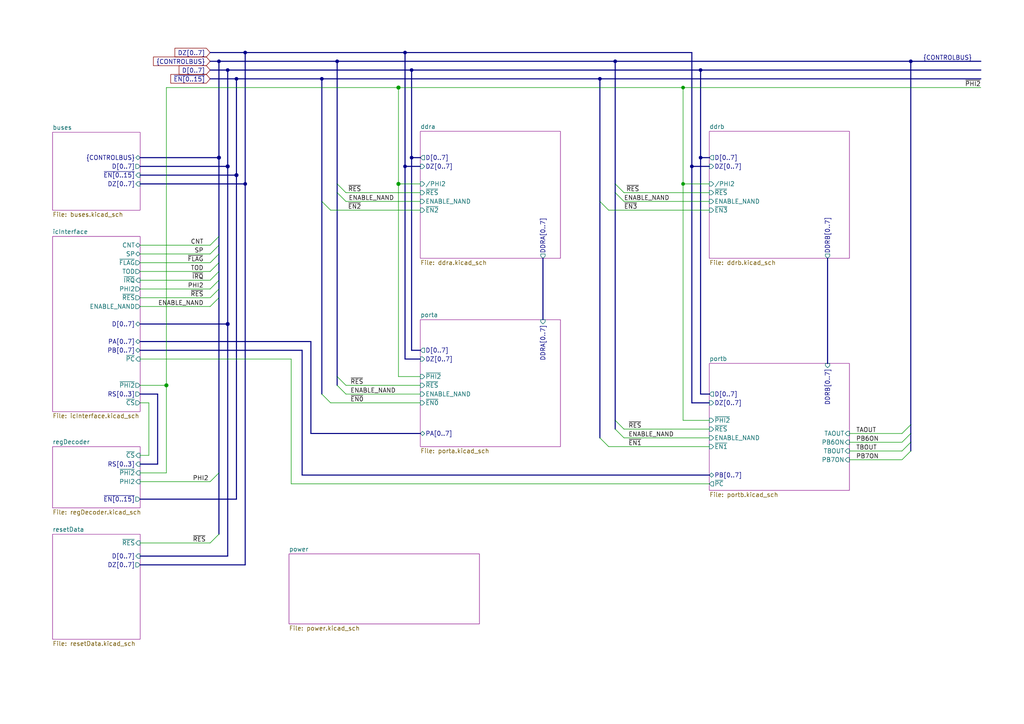
<source format=kicad_sch>
(kicad_sch (version 20211123) (generator eeschema)
  (paper "A4")
  (title_block (title "74HCT6526 Board 0") (date "2022-10-08") (rev "0.1.2") (company "Daniel Molina") (comment 1 "https://github.com/dmolinagarcia/74HCT6526"))
  (lib_symbols)
  (bus_alias "DATABUS" (members "D[0..7]" "DZ[0..7]"))
  (bus_alias "ENABLEBUS" (members "~{EN[0..15]}"))
  (bus_alias "CONTROLBUS" (members "TASTART" "CNT" "SP" "PHI2" "~{FLAG}" "TOD" "TAPULSE" "TBPULSE" "TODIRQ" "~{IRQ}" "PB6ON" "PB7ON" "TAOUT" "TBOUT" "SPMODE" "TODIN" "ALARM" "ENABLE_NAND" "TARUNMODE" "~{RES}"))
  (junction (at 119.38 45.72))
  (junction (at 63.5 17.78) (diameter 0.9144))
  (junction (at 66.04 48.26) (diameter 1.016))
  (junction (at 71.12 53.34))
  (junction (at 178.435 17.78))
  (junction (at 63.5 45.72) (diameter 1.016))
  (junction (at 203.2 45.72))
  (junction (at 68.58 50.8) (diameter 1.016))
  (junction (at 97.79 17.78))
  (junction (at 264.16 17.78) (diameter 0.9144))
  (junction (at 117.475 48.26))
  (junction (at 48.26 111.76) (diameter 1.016))
  (junction (at 203.2 20.32))
  (junction (at 198.12 25.4) (diameter 0.9144))
  (junction (at 115.57 25.4) (diameter 1.016))
  (junction (at 71.12 15.24))
  (junction (at 198.12 53.34) (diameter 0.9144))
  (junction (at 173.99 22.86))
  (junction (at 117.475 15.24))
  (junction (at 93.345 22.86))
  (junction (at 66.04 20.32) (diameter 0.9144))
  (junction (at 66.04 93.98) (diameter 1.016))
  (junction (at 115.57 53.34) (diameter 1.016))
  (junction (at 68.58 22.86) (diameter 0.9144))
  (junction (at 200.66 48.26))
  (junction (at 119.38 20.32))
  (bus_entry (at 173.99 127) (size 2.54 2.54) (stroke (width 0.1524)))
  (bus_entry (at 178.435 124.46) (size 2.54 2.54) (stroke (width 0.1524)))
  (bus_entry (at 93.345 114.3) (size 2.54 2.54) (stroke (width 0.1524)))
  (bus_entry (at 63.5 83.82) (size -2.54 2.54) (stroke (width 0.1524)))
  (bus_entry (at 97.79 109.22) (size 2.54 2.54) (stroke (width 0.1524)))
  (bus_entry (at 93.345 58.42) (size 2.54 2.54) (stroke (width 0.1524)))
  (bus_entry (at 264.16 125.73) (size -2.54 2.54) (stroke (width 0.1524)))
  (bus_entry (at 63.5 137.16) (size -2.54 2.54) (stroke (width 0.1524)))
  (bus_entry (at 178.435 53.34) (size 2.54 2.54) (stroke (width 0.1524)))
  (bus_entry (at 63.5 86.36) (size -2.54 2.54) (stroke (width 0.1524)))
  (bus_entry (at 173.99 58.42) (size 2.54 2.54) (stroke (width 0.1524)))
  (bus_entry (at 63.5 71.12) (size -2.54 2.54) (stroke (width 0.1524)))
  (bus_entry (at 178.435 121.92) (size 2.54 2.54) (stroke (width 0.1524)))
  (bus_entry (at 264.16 130.81) (size -2.54 2.54) (stroke (width 0.1524)))
  (bus_entry (at 97.79 55.88) (size 2.54 2.54) (stroke (width 0.1524)))
  (bus_entry (at 63.5 68.58) (size -2.54 2.54) (stroke (width 0.1524)))
  (bus_entry (at 97.79 53.34) (size 2.54 2.54) (stroke (width 0.1524)))
  (bus_entry (at 63.5 78.74) (size -2.54 2.54) (stroke (width 0.1524)))
  (bus_entry (at 264.16 128.27) (size -2.54 2.54) (stroke (width 0.1524)))
  (bus_entry (at 264.16 123.19) (size -2.54 2.54) (stroke (width 0.1524)))
  (bus_entry (at 178.435 55.88) (size 2.54 2.54) (stroke (width 0.1524)))
  (bus_entry (at 63.5 76.2) (size -2.54 2.54) (stroke (width 0.1524)))
  (bus_entry (at 97.79 111.76) (size 2.54 2.54) (stroke (width 0.1524)))
  (bus_entry (at 63.5 73.66) (size -2.54 2.54) (stroke (width 0.1524)))
  (bus_entry (at 63.5 154.94) (size -2.54 2.54) (stroke (width 0.1524)))
  (bus_entry (at 63.5 81.28) (size -2.54 2.54) (stroke (width 0.1524)))
  (bus (pts (xy 40.64 93.98) (xy 66.04 93.98)))
  (bus (pts (xy 90.17 99.06) (xy 90.17 125.73)))
  (bus (pts (xy 63.5 17.78) (xy 97.79 17.78)))
  (bus (pts (xy 71.12 163.83) (xy 71.12 53.34)))
  (wire (pts (xy 198.12 25.4) (xy 284.48 25.4)))
  (bus (pts (xy 97.79 55.88) (xy 97.79 109.22)))
  (wire (pts (xy 40.64 78.74) (xy 60.96 78.74)))
  (wire (pts (xy 95.885 116.84) (xy 121.92 116.84)))
  (bus (pts (xy 63.5 68.58) (xy 63.5 71.12)))
  (wire (pts (xy 205.74 53.34) (xy 198.12 53.34)))
  (bus (pts (xy 264.16 17.78) (xy 284.48 17.78)))
  (bus (pts (xy 63.5 137.16) (xy 63.5 154.94)))
  (bus (pts (xy 40.64 144.78) (xy 68.58 144.78)))
  (bus (pts (xy 63.5 81.28) (xy 63.5 83.82)))
  (bus (pts (xy 119.38 101.6) (xy 121.92 101.6)))
  (bus (pts (xy 119.38 45.72) (xy 119.38 101.6)))
  (bus (pts (xy 203.2 45.72) (xy 205.74 45.72)))
  (bus (pts (xy 63.5 45.72) (xy 63.5 68.58)))
  (wire (pts (xy 198.12 121.92) (xy 198.12 53.34)))
  (bus (pts (xy 117.475 15.24) (xy 117.475 48.26)))
  (bus (pts (xy 63.5 83.82) (xy 63.5 86.36)))
  (bus (pts (xy 117.475 48.26) (xy 117.475 104.14)))
  (wire (pts (xy 121.92 53.34) (xy 115.57 53.34)))
  (bus (pts (xy 71.12 53.34) (xy 71.12 15.24)))
  (wire (pts (xy 40.64 88.9) (xy 60.96 88.9)))
  (bus (pts (xy 87.63 137.795) (xy 205.74 137.795)))
  (bus (pts (xy 117.475 104.14) (xy 121.92 104.14)))
  (bus (pts (xy 40.64 163.83) (xy 71.12 163.83)))
  (wire (pts (xy 115.57 25.4) (xy 198.12 25.4)))
  (wire (pts (xy 246.38 125.73) (xy 261.62 125.73)))
  (bus (pts (xy 71.12 15.24) (xy 117.475 15.24)))
  (wire (pts (xy 40.64 86.36) (xy 60.96 86.36)))
  (bus (pts (xy 200.66 48.26) (xy 205.74 48.26)))
  (bus (pts (xy 40.64 48.26) (xy 66.04 48.26)))
  (wire (pts (xy 100.33 58.42) (xy 121.92 58.42)))
  (bus (pts (xy 119.38 45.72) (xy 121.92 45.72)))
  (bus (pts (xy 173.99 22.86) (xy 173.99 58.42)))
  (wire (pts (xy 176.53 60.96) (xy 205.74 60.96)))
  (bus (pts (xy 66.04 48.26) (xy 66.04 20.32)))
  (wire (pts (xy 40.64 111.76) (xy 48.26 111.76)))
  (wire (pts (xy 40.64 76.2) (xy 60.96 76.2)))
  (bus (pts (xy 68.58 50.8) (xy 68.58 144.78)))
  (wire (pts (xy 100.33 55.88) (xy 121.92 55.88)))
  (bus (pts (xy 63.5 17.78) (xy 63.5 45.72)))
  (wire (pts (xy 100.33 114.3) (xy 121.92 114.3)))
  (wire (pts (xy 48.26 111.76) (xy 48.26 137.16)))
  (bus (pts (xy 264.16 123.19) (xy 264.16 125.73)))
  (wire (pts (xy 43.18 116.84) (xy 43.18 132.08)))
  (wire (pts (xy 180.975 55.88) (xy 205.74 55.88)))
  (bus (pts (xy 63.5 73.66) (xy 63.5 76.2)))
  (bus (pts (xy 68.58 22.86) (xy 93.345 22.86)))
  (bus (pts (xy 203.2 45.72) (xy 203.2 114.3)))
  (bus (pts (xy 203.2 20.32) (xy 284.48 20.32)))
  (bus (pts (xy 178.435 121.92) (xy 178.435 124.46)))
  (wire (pts (xy 205.74 121.92) (xy 198.12 121.92)))
  (bus (pts (xy 40.64 134.62) (xy 45.72 134.62)))
  (bus (pts (xy 40.64 101.6) (xy 87.63 101.6)))
  (bus (pts (xy 200.66 116.84) (xy 205.74 116.84)))
  (bus (pts (xy 40.64 99.06) (xy 90.17 99.06)))
  (wire (pts (xy 246.38 128.27) (xy 261.62 128.27)))
  (bus (pts (xy 117.475 48.26) (xy 121.92 48.26)))
  (bus (pts (xy 178.435 17.78) (xy 178.435 53.34)))
  (bus (pts (xy 45.72 114.3) (xy 40.64 114.3)))
  (bus (pts (xy 97.79 17.78) (xy 178.435 17.78)))
  (bus (pts (xy 264.16 17.78) (xy 264.16 123.19)))
  (wire (pts (xy 100.33 111.76) (xy 121.92 111.76)))
  (bus (pts (xy 240.03 74.93) (xy 240.03 105.41)))
  (wire (pts (xy 180.975 127) (xy 205.74 127)))
  (wire (pts (xy 40.64 116.84) (xy 43.18 116.84)))
  (wire (pts (xy 180.975 124.46) (xy 205.74 124.46)))
  (wire (pts (xy 40.64 139.7) (xy 60.96 139.7)))
  (bus (pts (xy 87.63 101.6) (xy 87.63 137.795)))
  (bus (pts (xy 97.79 17.78) (xy 97.79 53.34)))
  (bus (pts (xy 97.79 109.22) (xy 97.79 111.76)))
  (bus (pts (xy 71.12 53.34) (xy 40.64 53.34)))
  (bus (pts (xy 60.96 20.32) (xy 66.04 20.32)))
  (bus (pts (xy 63.5 86.36) (xy 63.5 137.16)))
  (bus (pts (xy 66.04 20.32) (xy 119.38 20.32)))
  (wire (pts (xy 40.64 71.12) (xy 60.96 71.12)))
  (bus (pts (xy 173.99 58.42) (xy 173.99 127)))
  (wire (pts (xy 95.885 60.96) (xy 121.92 60.96)))
  (bus (pts (xy 178.435 17.78) (xy 264.16 17.78)))
  (bus (pts (xy 60.96 17.78) (xy 63.5 17.78)))
  (wire (pts (xy 40.64 132.08) (xy 43.18 132.08)))
  (bus (pts (xy 93.345 22.86) (xy 173.99 22.86)))
  (bus (pts (xy 173.99 22.86) (xy 284.48 22.86)))
  (bus (pts (xy 40.64 45.72) (xy 63.5 45.72)))
  (bus (pts (xy 68.58 22.86) (xy 60.96 22.86)))
  (wire (pts (xy 84.455 104.14) (xy 40.64 104.14)))
  (bus (pts (xy 119.38 20.32) (xy 203.2 20.32)))
  (wire (pts (xy 84.455 140.335) (xy 205.74 140.335)))
  (wire (pts (xy 40.64 83.82) (xy 60.96 83.82)))
  (bus (pts (xy 157.48 74.93) (xy 157.48 92.71)))
  (wire (pts (xy 115.57 53.34) (xy 115.57 109.22)))
  (wire (pts (xy 198.12 53.34) (xy 198.12 25.4)))
  (bus (pts (xy 93.345 58.42) (xy 93.345 114.3)))
  (bus (pts (xy 45.72 134.62) (xy 45.72 114.3)))
  (wire (pts (xy 40.64 137.16) (xy 48.26 137.16)))
  (bus (pts (xy 119.38 20.32) (xy 119.38 45.72)))
  (bus (pts (xy 63.5 78.74) (xy 63.5 81.28)))
  (wire (pts (xy 40.64 157.48) (xy 60.96 157.48)))
  (bus (pts (xy 264.16 128.27) (xy 264.16 130.81)))
  (wire (pts (xy 180.975 58.42) (xy 205.74 58.42)))
  (bus (pts (xy 178.435 53.34) (xy 178.435 55.88)))
  (bus (pts (xy 40.64 50.8) (xy 68.58 50.8)))
  (wire (pts (xy 115.57 109.22) (xy 121.92 109.22)))
  (wire (pts (xy 48.26 25.4) (xy 115.57 25.4)))
  (bus (pts (xy 68.58 50.8) (xy 68.58 22.86)))
  (bus (pts (xy 40.64 161.29) (xy 66.04 161.29)))
  (bus (pts (xy 200.66 15.24) (xy 200.66 48.26)))
  (bus (pts (xy 66.04 93.98) (xy 66.04 161.29)))
  (bus (pts (xy 90.17 125.73) (xy 121.92 125.73)))
  (bus (pts (xy 93.345 22.86) (xy 93.345 58.42)))
  (bus (pts (xy 203.2 20.32) (xy 203.2 45.72)))
  (wire (pts (xy 246.38 130.81) (xy 261.62 130.81)))
  (wire (pts (xy 40.64 81.28) (xy 60.96 81.28)))
  (bus (pts (xy 97.79 53.34) (xy 97.79 55.88)))
  (bus (pts (xy 63.5 71.12) (xy 63.5 73.66)))
  (wire (pts (xy 246.38 133.35) (xy 261.62 133.35)))
  (wire (pts (xy 176.53 129.54) (xy 205.74 129.54)))
  (bus (pts (xy 203.2 114.3) (xy 205.74 114.3)))
  (bus (pts (xy 66.04 93.98) (xy 66.04 48.26)))
  (bus (pts (xy 178.435 55.88) (xy 178.435 121.92)))
  (bus (pts (xy 117.475 15.24) (xy 200.66 15.24)))
  (wire (pts (xy 40.64 73.66) (xy 60.96 73.66)))
  (wire (pts (xy 84.455 104.14) (xy 84.455 140.335)))
  (bus (pts (xy 200.66 48.26) (xy 200.66 116.84)))
  (wire (pts (xy 115.57 53.34) (xy 115.57 25.4)))
  (bus (pts (xy 264.16 125.73) (xy 264.16 128.27)))
  (bus (pts (xy 60.96 15.24) (xy 71.12 15.24)))
  (bus (pts (xy 63.5 76.2) (xy 63.5 78.74)))
  (wire (pts (xy 48.26 111.76) (xy 48.26 25.4)))
  (label "ENABLE_NAND" (at 101.6 114.3 0))
  (label "~{EN2}" (at 104.775 60.96 180))
  (label "~{RES}" (at 104.775 55.88 180))
  (label "ENABLE_NAND" (at 59.055 88.9 180))
  (label "TOD" (at 59.055 78.74 180))
  (label "PHI2" (at 55.88 139.7 0))
  (label "~{PHI2}" (at 284.48 25.4 180))
  (label "SP" (at 59.055 73.66 180))
  (label "ENABLE_NAND" (at 180.975 58.42 0))
  (label "~{RES}" (at 181.61 55.88 0))
  (label "PB6ON" (at 248.285 128.27 0))
  (label "PHI2" (at 59.055 83.82 180))
  (label "PB7ON" (at 248.285 133.35 0))
  (label "TBOUT" (at 248.285 130.81 0))
  (label "~{RES}" (at 59.055 86.36 180))
  (label "~{RES}" (at 55.88 157.48 0))
  (label "ENABLE_NAND" (at 114.3 58.42 180))
  (label "~{RES}" (at 182.245 124.46 0))
  (label "ENABLE_NAND" (at 182.245 127 0))
  (label "~{EN3}" (at 180.975 60.96 0))
  (label "{CONTROLBUS}" (at 281.94 17.78 180))
  (label "~{EN1}" (at 182.245 129.54 0))
  (label "~{RES}" (at 101.6 111.76 0))
  (label "~{EN0}" (at 101.6 116.84 0))
  (label "CNT" (at 59.055 71.12 180))
  (label "~{IRQ}" (at 59.055 81.28 180))
  (label "~{FLAG}" (at 59.055 76.2 180))
  (label "TAOUT" (at 248.285 125.73 0))
  (global_label "D[0..7]" (shape input) (at 60.96 20.32 180) (property "Intersheet References" "${INTERSHEET_REFS}" (effects hide)))
  (global_label "~{EN[0..15]}" (shape input) (at 60.96 22.86 180) (property "Intersheet References" "${INTERSHEET_REFS}" (effects hide)))
  (global_label "DZ[0..7]" (shape input) (at 60.96 15.24 180) (property "Intersheet References" "${INTERSHEET_REFS}" (effects hide)))
  (global_label "{CONTROLBUS}" (shape input) (at 60.96 17.78 180) (property "Intersheet References" "${INTERSHEET_REFS}" (effects hide)))
  (sheet (at 15.24 154.94) (size 25.4 30.48) (stroke (width 0.001) (color 132 0 132 1)) (fill (color 255 255 255 0.0000))
    (property "Sheet name" "resetData" (at 15.24 154.3041 0) (effects (justify left bottom)))
    (property "Sheet file" "resetData.kicad_sch" (at 15.24 185.9289 0) (effects (justify left top)))
    (pin "D[0..7]" input (at 40.64 161.29 0))
    (pin "~{RES}" input (at 40.64 157.48 0))
    (pin "DZ[0..7]" output (at 40.64 163.83 0))
  )
  (sheet (at 121.92 92.71) (size 40.64 36.83) (stroke (width 0.001) (color 132 0 132 1)) (fill (color 255 255 255 0.0000))
    (property "Sheet name" "porta" (at 121.92 92.0741 0) (effects (justify left bottom)))
    (property "Sheet file" "porta.kicad_sch" (at 121.92 130.0489 0) (effects (justify left top)))
    (pin "PA[0..7]" bidirectional (at 121.92 125.73 180))
    (pin "D[0..7]" output (at 121.92 101.6 180))
    (pin "DDRA[0..7]" input (at 157.48 92.71 90))
    (pin "DZ[0..7]" input (at 121.92 104.14 180))
    (pin "~{PHI2}" input (at 121.92 109.22 180))
    (pin "~{EN0}" input (at 121.92 116.84 180))
    (pin "~{RES}" input (at 121.92 111.76 180))
    (pin "ENABLE_NAND" input (at 121.92 114.3 180))
  )
  (sheet (at 205.74 105.41) (size 40.64 36.83) (stroke (width 0.001) (color 132 0 132 1)) (fill (color 255 255 255 0.0000))
    (property "Sheet name" "portb" (at 205.74 104.7741 0) (effects (justify left bottom)))
    (property "Sheet file" "portb.kicad_sch" (at 205.74 142.7489 0) (effects (justify left top)))
    (pin "PB[0..7]" bidirectional (at 205.74 137.795 180))
    (pin "D[0..7]" output (at 205.74 114.3 180))
    (pin "~{PC}" output (at 205.74 140.335 180))
    (pin "DDRB[0..7]" input (at 240.03 105.41 90))
    (pin "DZ[0..7]" input (at 205.74 116.84 180))
    (pin "ENABLE_NAND" input (at 205.74 127 180))
    (pin "~{PHI2}" input (at 205.74 121.92 180))
    (pin "~{EN1}" input (at 205.74 129.54 180))
    (pin "~{RES}" input (at 205.74 124.46 180))
    (pin "TAOUT" input (at 246.38 125.73 0))
    (pin "PB6ON" input (at 246.38 128.27 0))
    (pin "PB7ON" input (at 246.38 133.35 0))
    (pin "TBOUT" input (at 246.38 130.81 0))
  )
  (sheet (at 205.74 38.1) (size 40.64 36.83) (stroke (width 0.001) (color 132 0 132 1)) (fill (color 255 255 255 0.0000))
    (property "Sheet name" "ddrb" (at 205.74 37.4641 0) (effects (justify left bottom)))
    (property "Sheet file" "ddrb.kicad_sch" (at 205.74 75.4389 0) (effects (justify left top)))
    (pin "ENABLE_NAND" input (at 205.74 58.42 180))
    (pin "~{RES}" input (at 205.74 55.88 180))
    (pin "~{EN3}" input (at 205.74 60.96 180))
    (pin "{slash}PHI2" input (at 205.74 53.34 180))
    (pin "DZ[0..7]" input (at 205.74 48.26 180))
    (pin "D[0..7]" output (at 205.74 45.72 180))
    (pin "DDRB[0..7]" output (at 240.03 74.93 270))
  )
  (sheet (at 15.24 38.354) (size 25.4 22.606) (stroke (width 0.001) (color 132 0 132 1)) (fill (color 255 255 255 0.0000))
    (property "Sheet name" "buses" (at 15.24 37.7181 0) (effects (justify left bottom)))
    (property "Sheet file" "buses.kicad_sch" (at 15.24 61.4689 0) (effects (justify left top)))
    (pin "{CONTROLBUS}" bidirectional (at 40.64 45.72 0))
    (pin "~{EN[0..15]}" input (at 40.64 50.8 0))
    (pin "D[0..7]" output (at 40.64 48.26 0))
    (pin "DZ[0..7]" input (at 40.64 53.34 0))
  )
  (sheet (at 83.82 160.655) (size 55.245 20.32) (stroke (width 0.001) (color 132 0 132 1)) (fill (color 255 255 255 0.0000))
    (property "Sheet name" "power" (at 83.82 160.0191 0) (effects (justify left bottom)))
    (property "Sheet file" "power.kicad_sch" (at 83.82 181.4839 0) (effects (justify left top)))
  )
  (sheet (at 15.24 68.58) (size 25.4 50.8) (stroke (width 0.001) (color 132 0 132 1)) (fill (color 255 255 255 0.0000))
    (property "Sheet name" "icInterface" (at 15.24 67.9441 0) (effects (justify left bottom)))
    (property "Sheet file" "icInterface.kicad_sch" (at 15.24 119.8889 0) (effects (justify left top)))
    (pin "ENABLE_NAND" output (at 40.64 88.9 0))
    (pin "~{RES}" output (at 40.64 86.36 0))
    (pin "PHI2" output (at 40.64 83.82 0))
    (pin "~{PHI2}" output (at 40.64 111.76 0))
    (pin "~{IRQ}" input (at 40.64 81.28 0))
    (pin "TOD" output (at 40.64 78.74 0))
    (pin "RS[0..3]" output (at 40.64 114.3 0))
    (pin "~{CS}" output (at 40.64 116.84 0))
    (pin "CNT" bidirectional (at 40.64 71.12 0))
    (pin "~{FLAG}" output (at 40.64 76.2 0))
    (pin "~{PC}" input (at 40.64 104.14 0))
    (pin "SP" bidirectional (at 40.64 73.66 0))
    (pin "D[0..7]" bidirectional (at 40.64 93.98 0))
    (pin "PA[0..7]" bidirectional (at 40.64 99.06 0))
    (pin "PB[0..7]" bidirectional (at 40.64 101.6 0))
  )
  (sheet (at 15.24 129.54) (size 25.4 17.78) (stroke (width 0.001) (color 132 0 132 1)) (fill (color 255 255 255 0.0000))
    (property "Sheet name" "regDecoder" (at 15.24 128.9041 0) (effects (justify left bottom)))
    (property "Sheet file" "regDecoder.kicad_sch" (at 15.24 147.8289 0) (effects (justify left top)))
    (pin "~{PHI2}" input (at 40.64 137.16 0))
    (pin "~{EN[0..15]}" output (at 40.64 144.78 0))
    (pin "RS[0..3]" input (at 40.64 134.62 0))
    (pin "PHI2" input (at 40.64 139.7 0))
    (pin "~{CS}" input (at 40.64 132.08 0))
  )
  (sheet (at 121.92 38.1) (size 40.64 36.83) (stroke (width 0.001) (color 132 0 132 1)) (fill (color 255 255 255 0.0000))
    (property "Sheet name" "ddra" (at 121.92 37.4641 0) (effects (justify left bottom)))
    (property "Sheet file" "ddra.kicad_sch" (at 121.92 75.4389 0) (effects (justify left top)))
    (pin "D[0..7]" output (at 121.92 45.72 180))
    (pin "DDRA[0..7]" output (at 157.48 74.93 270))
    (pin "DZ[0..7]" input (at 121.92 48.26 180))
    (pin "{slash}PHI2" input (at 121.92 53.34 180))
    (pin "~{EN2}" input (at 121.92 60.96 180))
    (pin "~{RES}" input (at 121.92 55.88 180))
    (pin "ENABLE_NAND" input (at 121.92 58.42 180))
  )
)
</source>
